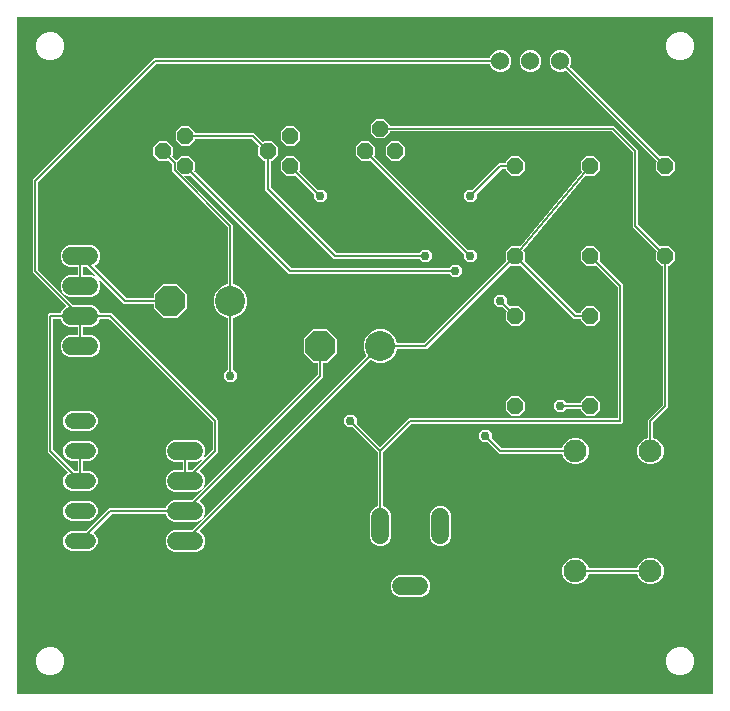
<source format=gbr>
G04 EAGLE Gerber RS-274X export*
G75*
%MOMM*%
%FSLAX34Y34*%
%LPD*%
%INTop Copper*%
%IPPOS*%
%AMOC8*
5,1,8,0,0,1.08239X$1,22.5*%
G01*
%ADD10C,1.320800*%
%ADD11C,2.540000*%
%ADD12P,2.749271X8X202.500000*%
%ADD13C,1.930400*%
%ADD14C,1.524000*%
%ADD15P,1.429621X8X112.500000*%
%ADD16P,1.429621X8X22.500000*%
%ADD17P,1.429621X8X292.500000*%
%ADD18C,1.524000*%
%ADD19C,0.756400*%
%ADD20C,0.152400*%

G36*
X599245Y10160D02*
X599245Y10160D01*
X599244Y10160D01*
X599245Y10160D01*
X599245Y583440D01*
X599240Y583445D01*
X599240Y583444D01*
X599240Y583445D01*
X10160Y583445D01*
X10155Y583440D01*
X10155Y10160D01*
X10160Y10155D01*
X10160Y10156D01*
X10160Y10155D01*
X599240Y10155D01*
X599245Y10160D01*
G37*
%LPC*%
G36*
X142962Y181361D02*
X142962Y181361D01*
X139603Y182752D01*
X137032Y185323D01*
X135641Y188682D01*
X135641Y192318D01*
X137032Y195677D01*
X139603Y198248D01*
X142962Y199639D01*
X150114Y199639D01*
X150119Y199644D01*
X150118Y199644D01*
X150119Y199644D01*
X150119Y206756D01*
X150114Y206761D01*
X150114Y206760D01*
X150114Y206761D01*
X142962Y206761D01*
X139603Y208152D01*
X137032Y210723D01*
X135641Y214082D01*
X135641Y217718D01*
X137032Y221077D01*
X139603Y223648D01*
X142962Y225039D01*
X161838Y225039D01*
X165197Y223648D01*
X167768Y221077D01*
X169159Y217718D01*
X169159Y214082D01*
X167768Y210723D01*
X165197Y208152D01*
X161838Y206761D01*
X154686Y206761D01*
X154681Y206756D01*
X154682Y206756D01*
X154681Y206756D01*
X154681Y199644D01*
X154686Y199639D01*
X154686Y199640D01*
X154686Y199639D01*
X158311Y199639D01*
X158313Y199641D01*
X158315Y199641D01*
X175517Y216843D01*
X175518Y216846D01*
X175519Y216847D01*
X175519Y240353D01*
X175517Y240355D01*
X175517Y240357D01*
X87957Y327917D01*
X87954Y327918D01*
X87953Y327919D01*
X80071Y327919D01*
X80068Y327916D01*
X80066Y327916D01*
X78868Y325023D01*
X76297Y322452D01*
X72938Y321061D01*
X65786Y321061D01*
X65781Y321056D01*
X65782Y321056D01*
X65781Y321056D01*
X65781Y313944D01*
X65786Y313939D01*
X65786Y313940D01*
X65786Y313939D01*
X72938Y313939D01*
X76297Y312548D01*
X78868Y309977D01*
X80259Y306618D01*
X80259Y302982D01*
X78868Y299623D01*
X76297Y297052D01*
X72938Y295661D01*
X54062Y295661D01*
X50703Y297052D01*
X48132Y299623D01*
X46741Y302982D01*
X46741Y306618D01*
X48132Y309977D01*
X50703Y312548D01*
X54062Y313939D01*
X61214Y313939D01*
X61219Y313944D01*
X61219Y321056D01*
X61214Y321061D01*
X61214Y321060D01*
X61214Y321061D01*
X54062Y321061D01*
X50703Y322452D01*
X48132Y325023D01*
X46934Y327916D01*
X46931Y327917D01*
X46929Y327919D01*
X40386Y327919D01*
X40381Y327914D01*
X40382Y327914D01*
X40381Y327914D01*
X40381Y216847D01*
X40383Y216845D01*
X40383Y216843D01*
X58601Y198625D01*
X58604Y198624D01*
X58605Y198623D01*
X61214Y198623D01*
X61219Y198628D01*
X61218Y198628D01*
X61219Y198628D01*
X61219Y207772D01*
X61214Y207777D01*
X61214Y207776D01*
X61214Y207777D01*
X55280Y207777D01*
X52295Y209013D01*
X50009Y211299D01*
X48773Y214284D01*
X48773Y217516D01*
X50009Y220501D01*
X52295Y222787D01*
X55280Y224023D01*
X71720Y224023D01*
X74705Y222787D01*
X76991Y220501D01*
X78227Y217516D01*
X78227Y214284D01*
X76991Y211299D01*
X74705Y209013D01*
X71720Y207777D01*
X65786Y207777D01*
X65781Y207772D01*
X65782Y207772D01*
X65781Y207772D01*
X65781Y198628D01*
X65786Y198623D01*
X65786Y198624D01*
X65786Y198623D01*
X71720Y198623D01*
X74705Y197387D01*
X76991Y195101D01*
X78227Y192116D01*
X78227Y188884D01*
X76991Y185899D01*
X74705Y183613D01*
X71720Y182377D01*
X55280Y182377D01*
X52295Y183613D01*
X50009Y185899D01*
X48773Y188884D01*
X48773Y192116D01*
X50009Y195101D01*
X52295Y197387D01*
X53060Y197704D01*
X53061Y197704D01*
X53062Y197704D01*
X53062Y197706D01*
X53063Y197710D01*
X53062Y197710D01*
X53062Y197712D01*
X35819Y214955D01*
X35819Y331145D01*
X37155Y332481D01*
X46929Y332481D01*
X46932Y332484D01*
X46934Y332484D01*
X48132Y335377D01*
X50703Y337948D01*
X51985Y338479D01*
X51986Y338480D01*
X51987Y338482D01*
X51988Y338485D01*
X51987Y338486D01*
X51987Y338487D01*
X23119Y367355D01*
X23119Y445445D01*
X126055Y548381D01*
X410149Y548381D01*
X410152Y548384D01*
X410154Y548384D01*
X411352Y551277D01*
X413923Y553848D01*
X417282Y555239D01*
X420918Y555239D01*
X424277Y553848D01*
X426848Y551277D01*
X428239Y547918D01*
X428239Y544282D01*
X426848Y540923D01*
X424277Y538352D01*
X420918Y536961D01*
X417282Y536961D01*
X413923Y538352D01*
X411352Y540923D01*
X410154Y543816D01*
X410151Y543817D01*
X410149Y543819D01*
X127947Y543819D01*
X127945Y543817D01*
X127943Y543817D01*
X27683Y443557D01*
X27682Y443554D01*
X27681Y443553D01*
X27681Y369247D01*
X27683Y369245D01*
X27683Y369243D01*
X57585Y339341D01*
X57588Y339340D01*
X57589Y339339D01*
X72938Y339339D01*
X76297Y337948D01*
X78868Y335377D01*
X80066Y332484D01*
X80069Y332483D01*
X80071Y332481D01*
X89845Y332481D01*
X180081Y242245D01*
X180081Y214955D01*
X178743Y213617D01*
X163913Y198787D01*
X163913Y198786D01*
X163912Y198786D01*
X163913Y198785D01*
X163912Y198784D01*
X163913Y198783D01*
X163913Y198780D01*
X163914Y198780D01*
X163915Y198779D01*
X165197Y198248D01*
X167768Y195677D01*
X169159Y192318D01*
X169159Y188682D01*
X167768Y185323D01*
X165197Y182752D01*
X161838Y181361D01*
X142962Y181361D01*
G37*
%LPD*%
%LPC*%
G36*
X142962Y130561D02*
X142962Y130561D01*
X139603Y131952D01*
X137032Y134523D01*
X135641Y137882D01*
X135641Y141518D01*
X137032Y144877D01*
X139603Y147448D01*
X142962Y148839D01*
X158311Y148839D01*
X158313Y148841D01*
X158315Y148841D01*
X305829Y296355D01*
X305829Y296362D01*
X305446Y296746D01*
X303281Y301972D01*
X303281Y307628D01*
X305446Y312854D01*
X309446Y316854D01*
X314672Y319019D01*
X320328Y319019D01*
X325554Y316854D01*
X329554Y312854D01*
X331719Y307628D01*
X331719Y307086D01*
X331724Y307081D01*
X331724Y307082D01*
X331724Y307081D01*
X354653Y307081D01*
X354655Y307083D01*
X354657Y307083D01*
X424439Y376866D01*
X424440Y376867D01*
X424441Y376868D01*
X424440Y376869D01*
X424440Y376872D01*
X424439Y376872D01*
X424439Y376873D01*
X423677Y377635D01*
X423677Y384365D01*
X428435Y389123D01*
X435165Y389123D01*
X435398Y388890D01*
X435405Y388889D01*
X435405Y388890D01*
X435406Y388890D01*
X488456Y452550D01*
X488456Y452551D01*
X488456Y452552D01*
X488456Y452553D01*
X488455Y452557D01*
X487177Y453835D01*
X487177Y460565D01*
X491935Y465323D01*
X498665Y465323D01*
X503423Y460565D01*
X503423Y453835D01*
X498665Y449077D01*
X491935Y449077D01*
X491702Y449310D01*
X491695Y449311D01*
X491695Y449310D01*
X491694Y449310D01*
X438644Y385650D01*
X438645Y385643D01*
X439923Y384365D01*
X439923Y377635D01*
X439161Y376873D01*
X439160Y376870D01*
X439159Y376869D01*
X439160Y376868D01*
X439160Y376866D01*
X439161Y376866D01*
X483543Y332483D01*
X483546Y332482D01*
X483547Y332481D01*
X487172Y332481D01*
X487177Y332486D01*
X487176Y332486D01*
X487177Y332486D01*
X487177Y333565D01*
X491935Y338323D01*
X498665Y338323D01*
X503423Y333565D01*
X503423Y326835D01*
X498665Y322077D01*
X491935Y322077D01*
X487177Y326835D01*
X487177Y327914D01*
X487172Y327919D01*
X487172Y327918D01*
X487172Y327919D01*
X481655Y327919D01*
X435934Y373639D01*
X435928Y373640D01*
X435928Y373639D01*
X435927Y373639D01*
X435165Y372877D01*
X428435Y372877D01*
X427673Y373639D01*
X427666Y373640D01*
X427666Y373639D01*
X356545Y302519D01*
X331724Y302519D01*
X331719Y302514D01*
X331720Y302514D01*
X331719Y302514D01*
X331719Y301972D01*
X329554Y296746D01*
X325554Y292746D01*
X320328Y290581D01*
X314672Y290581D01*
X309446Y292746D01*
X309062Y293129D01*
X309055Y293129D01*
X163913Y147987D01*
X163913Y147986D01*
X163912Y147986D01*
X163913Y147985D01*
X163912Y147984D01*
X163913Y147983D01*
X163913Y147980D01*
X163914Y147980D01*
X163915Y147979D01*
X165197Y147448D01*
X167768Y144877D01*
X169159Y141518D01*
X169159Y137882D01*
X167768Y134523D01*
X165197Y131952D01*
X161838Y130561D01*
X142962Y130561D01*
G37*
%LPD*%
%LPC*%
G36*
X188304Y274099D02*
X188304Y274099D01*
X185199Y277204D01*
X185199Y281596D01*
X188217Y284614D01*
X188218Y284617D01*
X188219Y284618D01*
X188219Y328676D01*
X188214Y328681D01*
X188214Y328680D01*
X188214Y328681D01*
X187672Y328681D01*
X182446Y330846D01*
X178446Y334846D01*
X176281Y340072D01*
X176281Y345728D01*
X178446Y350954D01*
X182446Y354954D01*
X187672Y357119D01*
X188214Y357119D01*
X188219Y357124D01*
X188218Y357124D01*
X188219Y357124D01*
X188219Y405581D01*
X188217Y405582D01*
X188217Y405584D01*
X141229Y452573D01*
X141229Y458793D01*
X141227Y458795D01*
X141227Y458797D01*
X137484Y462539D01*
X137482Y462540D01*
X137480Y462540D01*
X137478Y462540D01*
X137478Y462539D01*
X137477Y462539D01*
X136715Y461777D01*
X129985Y461777D01*
X125227Y466535D01*
X125227Y473265D01*
X129985Y478023D01*
X136715Y478023D01*
X141473Y473265D01*
X141473Y466535D01*
X140711Y465773D01*
X140710Y465771D01*
X140710Y465770D01*
X140710Y465766D01*
X140711Y465766D01*
X144453Y462023D01*
X145091Y461386D01*
X145097Y461385D01*
X145097Y461386D01*
X145098Y461386D01*
X149035Y465323D01*
X155765Y465323D01*
X160523Y460565D01*
X160523Y453835D01*
X159761Y453073D01*
X159760Y453071D01*
X159760Y453070D01*
X159760Y453069D01*
X159760Y453066D01*
X159761Y453066D01*
X242243Y370583D01*
X242246Y370582D01*
X242247Y370581D01*
X375782Y370581D01*
X375784Y370583D01*
X375786Y370583D01*
X378804Y373601D01*
X383196Y373601D01*
X386301Y370496D01*
X386301Y366104D01*
X383196Y362999D01*
X378804Y362999D01*
X375786Y366017D01*
X375783Y366018D01*
X375782Y366019D01*
X240355Y366019D01*
X156534Y449839D01*
X156532Y449840D01*
X156530Y449840D01*
X156528Y449840D01*
X156528Y449839D01*
X156527Y449839D01*
X155765Y449077D01*
X151189Y449077D01*
X151188Y449076D01*
X151186Y449076D01*
X151186Y449074D01*
X151184Y449072D01*
X151186Y449071D01*
X151185Y449068D01*
X192781Y407473D01*
X192781Y357124D01*
X192786Y357119D01*
X192786Y357120D01*
X192786Y357119D01*
X193328Y357119D01*
X198554Y354954D01*
X202554Y350954D01*
X204719Y345728D01*
X204719Y340072D01*
X202554Y334846D01*
X198554Y330846D01*
X193328Y328681D01*
X192786Y328681D01*
X192781Y328676D01*
X192782Y328676D01*
X192781Y328676D01*
X192781Y284618D01*
X192783Y284616D01*
X192783Y284614D01*
X195801Y281596D01*
X195801Y277204D01*
X192696Y274099D01*
X188304Y274099D01*
G37*
%LPD*%
%LPC*%
G36*
X543878Y204729D02*
X543878Y204729D01*
X539772Y206429D01*
X536629Y209572D01*
X534929Y213678D01*
X534929Y218122D01*
X536629Y222228D01*
X539772Y225371D01*
X543816Y227045D01*
X543817Y227049D01*
X543819Y227050D01*
X543819Y242245D01*
X556517Y254943D01*
X556518Y254946D01*
X556519Y254947D01*
X556519Y372872D01*
X556514Y372877D01*
X556514Y372876D01*
X556514Y372877D01*
X555435Y372877D01*
X550677Y377635D01*
X550677Y384365D01*
X551439Y385127D01*
X551440Y385131D01*
X551440Y385134D01*
X551439Y385134D01*
X531119Y405455D01*
X531119Y468953D01*
X531117Y468955D01*
X531117Y468957D01*
X513407Y486667D01*
X513404Y486668D01*
X513403Y486669D01*
X325628Y486669D01*
X325623Y486664D01*
X325624Y486664D01*
X325623Y486664D01*
X325623Y485585D01*
X320865Y480827D01*
X314135Y480827D01*
X309377Y485585D01*
X309377Y492315D01*
X314135Y497073D01*
X320865Y497073D01*
X325623Y492315D01*
X325623Y491236D01*
X325628Y491231D01*
X325628Y491232D01*
X325628Y491231D01*
X515295Y491231D01*
X535681Y470845D01*
X535681Y407347D01*
X535683Y407345D01*
X535683Y407343D01*
X554666Y388361D01*
X554672Y388360D01*
X554672Y388361D01*
X554673Y388361D01*
X555435Y389123D01*
X562165Y389123D01*
X566923Y384365D01*
X566923Y377635D01*
X562165Y372877D01*
X561086Y372877D01*
X561081Y372872D01*
X561082Y372872D01*
X561081Y372872D01*
X561081Y253055D01*
X559743Y251717D01*
X548383Y240357D01*
X548382Y240354D01*
X548381Y240353D01*
X548381Y227050D01*
X548384Y227047D01*
X548384Y227045D01*
X552428Y225371D01*
X555571Y222228D01*
X557271Y218122D01*
X557271Y213678D01*
X555571Y209572D01*
X552428Y206429D01*
X548322Y204729D01*
X543878Y204729D01*
G37*
%LPD*%
%LPC*%
G36*
X315682Y135641D02*
X315682Y135641D01*
X312323Y137032D01*
X309752Y139603D01*
X308361Y142962D01*
X308361Y161838D01*
X309752Y165197D01*
X312323Y167768D01*
X315216Y168966D01*
X315217Y168969D01*
X315219Y168971D01*
X315219Y214953D01*
X315217Y214955D01*
X315217Y214957D01*
X294177Y235997D01*
X294174Y235998D01*
X294173Y235999D01*
X289904Y235999D01*
X286799Y239104D01*
X286799Y243496D01*
X289904Y246601D01*
X294296Y246601D01*
X297401Y243496D01*
X297401Y239227D01*
X297403Y239225D01*
X297403Y239223D01*
X317496Y219130D01*
X317503Y219129D01*
X317503Y219130D01*
X317504Y219130D01*
X341955Y243581D01*
X518414Y243581D01*
X518419Y243586D01*
X518418Y243586D01*
X518419Y243586D01*
X518419Y354653D01*
X518417Y354655D01*
X518417Y354657D01*
X499434Y373639D01*
X499428Y373640D01*
X499428Y373639D01*
X499427Y373639D01*
X498665Y372877D01*
X491935Y372877D01*
X487177Y377635D01*
X487177Y384365D01*
X491935Y389123D01*
X498665Y389123D01*
X503423Y384365D01*
X503423Y377635D01*
X502661Y376873D01*
X502660Y376870D01*
X502659Y376869D01*
X502660Y376868D01*
X502660Y376866D01*
X502661Y376866D01*
X521643Y357883D01*
X522981Y356545D01*
X522981Y240355D01*
X521645Y239019D01*
X343847Y239019D01*
X343845Y239017D01*
X343843Y239017D01*
X319783Y214957D01*
X319782Y214954D01*
X319781Y214953D01*
X319781Y168971D01*
X319784Y168968D01*
X319784Y168966D01*
X322677Y167768D01*
X325248Y165197D01*
X326639Y161838D01*
X326639Y142962D01*
X325248Y139603D01*
X322677Y137032D01*
X319318Y135641D01*
X315682Y135641D01*
G37*
%LPD*%
%LPC*%
G36*
X55280Y131577D02*
X55280Y131577D01*
X52295Y132813D01*
X50009Y135099D01*
X48773Y138084D01*
X48773Y141316D01*
X50009Y144301D01*
X52295Y146587D01*
X55280Y147823D01*
X68395Y147823D01*
X68397Y147825D01*
X68399Y147825D01*
X87955Y167381D01*
X135829Y167381D01*
X135832Y167384D01*
X135834Y167384D01*
X137032Y170277D01*
X139603Y172848D01*
X142962Y174239D01*
X158311Y174239D01*
X158313Y174241D01*
X158315Y174241D01*
X264417Y280343D01*
X264417Y280345D01*
X264418Y280345D01*
X264417Y280345D01*
X264418Y280346D01*
X264419Y280347D01*
X264419Y290576D01*
X264414Y290581D01*
X264414Y290580D01*
X264414Y290581D01*
X260810Y290581D01*
X252481Y298910D01*
X252481Y310690D01*
X260810Y319019D01*
X272590Y319019D01*
X280919Y310690D01*
X280919Y298910D01*
X272590Y290581D01*
X268986Y290581D01*
X268981Y290576D01*
X268982Y290576D01*
X268981Y290576D01*
X268981Y278455D01*
X267643Y277117D01*
X163913Y173387D01*
X163913Y173386D01*
X163912Y173386D01*
X163913Y173385D01*
X163912Y173384D01*
X163913Y173383D01*
X163913Y173380D01*
X163914Y173380D01*
X163915Y173379D01*
X165197Y172848D01*
X167768Y170277D01*
X169159Y166918D01*
X169159Y163282D01*
X167768Y159923D01*
X165197Y157352D01*
X161838Y155961D01*
X142962Y155961D01*
X139603Y157352D01*
X137032Y159923D01*
X135834Y162816D01*
X135831Y162817D01*
X135829Y162819D01*
X89847Y162819D01*
X89845Y162817D01*
X89843Y162817D01*
X73938Y146912D01*
X73938Y146911D01*
X73937Y146911D01*
X73938Y146909D01*
X73938Y146905D01*
X73939Y146905D01*
X73940Y146904D01*
X74705Y146587D01*
X76991Y144301D01*
X78227Y141316D01*
X78227Y138084D01*
X76991Y135099D01*
X74705Y132813D01*
X71720Y131577D01*
X55280Y131577D01*
G37*
%LPD*%
%LPC*%
G36*
X133810Y328681D02*
X133810Y328681D01*
X125481Y337010D01*
X125481Y340614D01*
X125476Y340619D01*
X125476Y340618D01*
X125476Y340619D01*
X100655Y340619D01*
X69415Y371859D01*
X69412Y371860D01*
X69411Y371860D01*
X69411Y371861D01*
X65786Y371861D01*
X65781Y371856D01*
X65781Y364744D01*
X65786Y364739D01*
X65786Y364740D01*
X65786Y364739D01*
X72938Y364739D01*
X76297Y363348D01*
X78868Y360777D01*
X80259Y357418D01*
X80259Y353782D01*
X78868Y350423D01*
X76297Y347852D01*
X72938Y346461D01*
X54062Y346461D01*
X50703Y347852D01*
X48132Y350423D01*
X46741Y353782D01*
X46741Y357418D01*
X48132Y360777D01*
X50703Y363348D01*
X54062Y364739D01*
X61214Y364739D01*
X61219Y364744D01*
X61218Y364744D01*
X61219Y364744D01*
X61219Y371856D01*
X61214Y371861D01*
X61214Y371860D01*
X61214Y371861D01*
X54062Y371861D01*
X50703Y373252D01*
X48132Y375823D01*
X46741Y379182D01*
X46741Y382818D01*
X48132Y386177D01*
X50703Y388748D01*
X54062Y390139D01*
X72938Y390139D01*
X76297Y388748D01*
X78868Y386177D01*
X80259Y382818D01*
X80259Y379182D01*
X78868Y375823D01*
X76297Y373252D01*
X75015Y372721D01*
X75014Y372720D01*
X75013Y372718D01*
X75012Y372715D01*
X75013Y372714D01*
X75013Y372713D01*
X102543Y345183D01*
X102546Y345182D01*
X102547Y345181D01*
X125476Y345181D01*
X125481Y345186D01*
X125480Y345186D01*
X125481Y345186D01*
X125481Y348790D01*
X133810Y357119D01*
X145590Y357119D01*
X153919Y348790D01*
X153919Y337010D01*
X145590Y328681D01*
X133810Y328681D01*
G37*
%LPD*%
%LPC*%
G36*
X353404Y375699D02*
X353404Y375699D01*
X350386Y378717D01*
X350383Y378718D01*
X350382Y378719D01*
X278455Y378719D01*
X219969Y437205D01*
X219969Y461772D01*
X219964Y461777D01*
X219964Y461776D01*
X219964Y461777D01*
X218885Y461777D01*
X214127Y466535D01*
X214127Y473265D01*
X214889Y474027D01*
X214890Y474034D01*
X214889Y474034D01*
X208607Y480317D01*
X208604Y480318D01*
X208603Y480319D01*
X160528Y480319D01*
X160523Y480314D01*
X160524Y480314D01*
X160523Y480314D01*
X160523Y479235D01*
X155765Y474477D01*
X149035Y474477D01*
X144277Y479235D01*
X144277Y485965D01*
X149035Y490723D01*
X155765Y490723D01*
X160523Y485965D01*
X160523Y484886D01*
X160528Y484881D01*
X160528Y484882D01*
X160528Y484881D01*
X210495Y484881D01*
X218116Y477261D01*
X218122Y477260D01*
X218122Y477261D01*
X218123Y477261D01*
X218885Y478023D01*
X225615Y478023D01*
X230373Y473265D01*
X230373Y466535D01*
X225615Y461777D01*
X224536Y461777D01*
X224531Y461772D01*
X224532Y461772D01*
X224531Y461772D01*
X224531Y439097D01*
X224533Y439095D01*
X224533Y439093D01*
X280343Y383283D01*
X280346Y383282D01*
X280347Y383281D01*
X350382Y383281D01*
X350384Y383283D01*
X350386Y383283D01*
X353404Y386301D01*
X357796Y386301D01*
X360901Y383196D01*
X360901Y378804D01*
X357796Y375699D01*
X353404Y375699D01*
G37*
%LPD*%
%LPC*%
G36*
X480378Y103129D02*
X480378Y103129D01*
X476272Y104829D01*
X473129Y107972D01*
X471429Y112078D01*
X471429Y116522D01*
X473129Y120628D01*
X476272Y123771D01*
X480378Y125471D01*
X484822Y125471D01*
X488928Y123771D01*
X492071Y120628D01*
X493745Y116584D01*
X493749Y116583D01*
X493750Y116581D01*
X534950Y116581D01*
X534953Y116584D01*
X534955Y116584D01*
X536629Y120628D01*
X539772Y123771D01*
X543878Y125471D01*
X548322Y125471D01*
X552428Y123771D01*
X555571Y120628D01*
X557271Y116522D01*
X557271Y112078D01*
X555571Y107972D01*
X552428Y104829D01*
X548322Y103129D01*
X543878Y103129D01*
X539772Y104829D01*
X536629Y107972D01*
X534955Y112016D01*
X534951Y112017D01*
X534950Y112019D01*
X493750Y112019D01*
X493747Y112016D01*
X493745Y112016D01*
X492071Y107972D01*
X488928Y104829D01*
X484822Y103129D01*
X480378Y103129D01*
G37*
%LPD*%
%LPC*%
G36*
X555435Y449077D02*
X555435Y449077D01*
X550677Y453835D01*
X550677Y460565D01*
X551439Y461327D01*
X551440Y461334D01*
X551439Y461334D01*
X474616Y538158D01*
X474612Y538158D01*
X474611Y538159D01*
X471718Y536961D01*
X468082Y536961D01*
X464723Y538352D01*
X462152Y540923D01*
X460761Y544282D01*
X460761Y547918D01*
X462152Y551277D01*
X464723Y553848D01*
X468082Y555239D01*
X471718Y555239D01*
X475077Y553848D01*
X477648Y551277D01*
X479039Y547918D01*
X479039Y544282D01*
X477841Y541389D01*
X477842Y541386D01*
X477842Y541384D01*
X554666Y464561D01*
X554672Y464560D01*
X554672Y464561D01*
X554673Y464561D01*
X555435Y465323D01*
X562165Y465323D01*
X566923Y460565D01*
X566923Y453835D01*
X562165Y449077D01*
X555435Y449077D01*
G37*
%LPD*%
%LPC*%
G36*
X391504Y375699D02*
X391504Y375699D01*
X388399Y378804D01*
X388399Y383073D01*
X388397Y383075D01*
X388397Y383077D01*
X308934Y462539D01*
X308932Y462540D01*
X308930Y462540D01*
X308928Y462540D01*
X308928Y462539D01*
X308927Y462539D01*
X308165Y461777D01*
X301435Y461777D01*
X296677Y466535D01*
X296677Y473265D01*
X301435Y478023D01*
X308165Y478023D01*
X312923Y473265D01*
X312923Y466535D01*
X312161Y465773D01*
X312160Y465771D01*
X312160Y465770D01*
X312160Y465766D01*
X312161Y465766D01*
X391623Y386303D01*
X391626Y386302D01*
X391627Y386301D01*
X395896Y386301D01*
X399001Y383196D01*
X399001Y378804D01*
X395896Y375699D01*
X391504Y375699D01*
G37*
%LPD*%
%LPC*%
G36*
X480378Y204729D02*
X480378Y204729D01*
X476272Y206429D01*
X473129Y209572D01*
X471455Y213616D01*
X471451Y213617D01*
X471450Y213619D01*
X418155Y213619D01*
X408477Y223297D01*
X408474Y223298D01*
X408473Y223299D01*
X404204Y223299D01*
X401099Y226404D01*
X401099Y230796D01*
X404204Y233901D01*
X408596Y233901D01*
X411701Y230796D01*
X411701Y226527D01*
X411703Y226525D01*
X411703Y226523D01*
X420043Y218183D01*
X420046Y218182D01*
X420047Y218181D01*
X471450Y218181D01*
X471453Y218184D01*
X471455Y218184D01*
X473129Y222228D01*
X476272Y225371D01*
X480378Y227071D01*
X484822Y227071D01*
X488928Y225371D01*
X492071Y222228D01*
X493771Y218122D01*
X493771Y213678D01*
X492071Y209572D01*
X488928Y206429D01*
X484822Y204729D01*
X480378Y204729D01*
G37*
%LPD*%
%LPC*%
G36*
X333462Y92461D02*
X333462Y92461D01*
X330103Y93852D01*
X327532Y96423D01*
X326141Y99782D01*
X326141Y103418D01*
X327532Y106777D01*
X330103Y109348D01*
X333462Y110739D01*
X352338Y110739D01*
X355697Y109348D01*
X358268Y106777D01*
X359659Y103418D01*
X359659Y99782D01*
X358268Y96423D01*
X355697Y93852D01*
X352338Y92461D01*
X333462Y92461D01*
G37*
%LPD*%
%LPC*%
G36*
X366482Y135641D02*
X366482Y135641D01*
X363123Y137032D01*
X360552Y139603D01*
X359161Y142962D01*
X359161Y161838D01*
X360552Y165197D01*
X363123Y167768D01*
X366482Y169159D01*
X370118Y169159D01*
X373477Y167768D01*
X376048Y165197D01*
X377439Y161838D01*
X377439Y142962D01*
X376048Y139603D01*
X373477Y137032D01*
X370118Y135641D01*
X366482Y135641D01*
G37*
%LPD*%
%LPC*%
G36*
X391504Y426499D02*
X391504Y426499D01*
X388399Y429604D01*
X388399Y433996D01*
X391504Y437101D01*
X395773Y437101D01*
X395775Y437103D01*
X395777Y437103D01*
X418155Y459481D01*
X423672Y459481D01*
X423677Y459486D01*
X423676Y459486D01*
X423677Y459486D01*
X423677Y460565D01*
X428435Y465323D01*
X435165Y465323D01*
X439923Y460565D01*
X439923Y453835D01*
X435165Y449077D01*
X428435Y449077D01*
X423677Y453835D01*
X423677Y454914D01*
X423672Y454919D01*
X423672Y454918D01*
X423672Y454919D01*
X420047Y454919D01*
X420045Y454917D01*
X420043Y454917D01*
X399003Y433877D01*
X399002Y433874D01*
X399001Y433873D01*
X399001Y429604D01*
X395896Y426499D01*
X391504Y426499D01*
G37*
%LPD*%
%LPC*%
G36*
X569132Y26195D02*
X569132Y26195D01*
X564756Y28007D01*
X561407Y31356D01*
X559595Y35732D01*
X559595Y40468D01*
X561407Y44844D01*
X564756Y48193D01*
X569132Y50005D01*
X573868Y50005D01*
X578244Y48193D01*
X581593Y44844D01*
X583405Y40468D01*
X583405Y35732D01*
X581593Y31356D01*
X578244Y28007D01*
X573868Y26195D01*
X569132Y26195D01*
G37*
%LPD*%
%LPC*%
G36*
X569132Y546895D02*
X569132Y546895D01*
X564756Y548707D01*
X561407Y552056D01*
X559595Y556432D01*
X559595Y561168D01*
X561407Y565544D01*
X564756Y568893D01*
X569132Y570705D01*
X573868Y570705D01*
X578244Y568893D01*
X581593Y565544D01*
X583405Y561168D01*
X583405Y556432D01*
X581593Y552056D01*
X578244Y548707D01*
X573868Y546895D01*
X569132Y546895D01*
G37*
%LPD*%
%LPC*%
G36*
X35732Y546895D02*
X35732Y546895D01*
X31356Y548707D01*
X28007Y552056D01*
X26195Y556432D01*
X26195Y561168D01*
X28007Y565544D01*
X31356Y568893D01*
X35732Y570705D01*
X40468Y570705D01*
X44844Y568893D01*
X48193Y565544D01*
X50005Y561168D01*
X50005Y556432D01*
X48193Y552056D01*
X44844Y548707D01*
X40468Y546895D01*
X35732Y546895D01*
G37*
%LPD*%
%LPC*%
G36*
X35732Y26195D02*
X35732Y26195D01*
X31356Y28007D01*
X28007Y31356D01*
X26195Y35732D01*
X26195Y40468D01*
X28007Y44844D01*
X31356Y48193D01*
X35732Y50005D01*
X40468Y50005D01*
X44844Y48193D01*
X48193Y44844D01*
X50005Y40468D01*
X50005Y35732D01*
X48193Y31356D01*
X44844Y28007D01*
X40468Y26195D01*
X35732Y26195D01*
G37*
%LPD*%
%LPC*%
G36*
X55280Y156977D02*
X55280Y156977D01*
X52295Y158213D01*
X50009Y160499D01*
X48773Y163484D01*
X48773Y166716D01*
X50009Y169701D01*
X52295Y171987D01*
X55280Y173223D01*
X71720Y173223D01*
X74705Y171987D01*
X76991Y169701D01*
X78227Y166716D01*
X78227Y163484D01*
X76991Y160499D01*
X74705Y158213D01*
X71720Y156977D01*
X55280Y156977D01*
G37*
%LPD*%
%LPC*%
G36*
X55280Y233177D02*
X55280Y233177D01*
X52295Y234413D01*
X50009Y236699D01*
X48773Y239684D01*
X48773Y242916D01*
X50009Y245901D01*
X52295Y248187D01*
X55280Y249423D01*
X71720Y249423D01*
X74705Y248187D01*
X76991Y245901D01*
X78227Y242916D01*
X78227Y239684D01*
X76991Y236699D01*
X74705Y234413D01*
X71720Y233177D01*
X55280Y233177D01*
G37*
%LPD*%
%LPC*%
G36*
X264504Y426499D02*
X264504Y426499D01*
X261399Y429604D01*
X261399Y433873D01*
X261397Y433875D01*
X261397Y433877D01*
X245434Y449839D01*
X245432Y449840D01*
X245430Y449840D01*
X245428Y449840D01*
X245428Y449839D01*
X245427Y449839D01*
X244665Y449077D01*
X237935Y449077D01*
X233177Y453835D01*
X233177Y460565D01*
X237935Y465323D01*
X244665Y465323D01*
X249423Y460565D01*
X249423Y453835D01*
X248661Y453073D01*
X248660Y453071D01*
X248660Y453070D01*
X248660Y453069D01*
X248660Y453066D01*
X248661Y453066D01*
X264623Y437103D01*
X264626Y437102D01*
X264627Y437101D01*
X268896Y437101D01*
X272001Y433996D01*
X272001Y429604D01*
X268896Y426499D01*
X264504Y426499D01*
G37*
%LPD*%
%LPC*%
G36*
X491935Y245877D02*
X491935Y245877D01*
X487177Y250635D01*
X487177Y251714D01*
X487172Y251719D01*
X487172Y251718D01*
X487172Y251719D01*
X475118Y251719D01*
X475116Y251717D01*
X475114Y251717D01*
X472096Y248699D01*
X467704Y248699D01*
X464599Y251804D01*
X464599Y256196D01*
X467704Y259301D01*
X472096Y259301D01*
X475114Y256283D01*
X475117Y256283D01*
X475117Y256282D01*
X475118Y256281D01*
X487172Y256281D01*
X487177Y256286D01*
X487176Y256286D01*
X487177Y256286D01*
X487177Y257365D01*
X491935Y262123D01*
X498665Y262123D01*
X503423Y257365D01*
X503423Y250635D01*
X498665Y245877D01*
X491935Y245877D01*
G37*
%LPD*%
%LPC*%
G36*
X428435Y322077D02*
X428435Y322077D01*
X423677Y326835D01*
X423677Y333565D01*
X424439Y334327D01*
X424440Y334330D01*
X424440Y334331D01*
X424440Y334332D01*
X424440Y334334D01*
X424439Y334334D01*
X421177Y337597D01*
X421174Y337598D01*
X421173Y337599D01*
X416904Y337599D01*
X413799Y340704D01*
X413799Y345096D01*
X416904Y348201D01*
X421296Y348201D01*
X424401Y345096D01*
X424401Y340827D01*
X424403Y340825D01*
X424403Y340823D01*
X427666Y337561D01*
X427672Y337560D01*
X427672Y337561D01*
X427673Y337561D01*
X428435Y338323D01*
X435165Y338323D01*
X439923Y333565D01*
X439923Y326835D01*
X435165Y322077D01*
X428435Y322077D01*
G37*
%LPD*%
%LPC*%
G36*
X442682Y536961D02*
X442682Y536961D01*
X439323Y538352D01*
X436752Y540923D01*
X435361Y544282D01*
X435361Y547918D01*
X436752Y551277D01*
X439323Y553848D01*
X442682Y555239D01*
X446318Y555239D01*
X449677Y553848D01*
X452248Y551277D01*
X453639Y547918D01*
X453639Y544282D01*
X452248Y540923D01*
X449677Y538352D01*
X446318Y536961D01*
X442682Y536961D01*
G37*
%LPD*%
%LPC*%
G36*
X428435Y245877D02*
X428435Y245877D01*
X423677Y250635D01*
X423677Y257365D01*
X428435Y262123D01*
X435165Y262123D01*
X439923Y257365D01*
X439923Y250635D01*
X435165Y245877D01*
X428435Y245877D01*
G37*
%LPD*%
%LPC*%
G36*
X237935Y474477D02*
X237935Y474477D01*
X233177Y479235D01*
X233177Y485965D01*
X237935Y490723D01*
X244665Y490723D01*
X249423Y485965D01*
X249423Y479235D01*
X244665Y474477D01*
X237935Y474477D01*
G37*
%LPD*%
%LPC*%
G36*
X326835Y461777D02*
X326835Y461777D01*
X322077Y466535D01*
X322077Y473265D01*
X326835Y478023D01*
X333565Y478023D01*
X338323Y473265D01*
X338323Y466535D01*
X333565Y461777D01*
X326835Y461777D01*
G37*
%LPD*%
D10*
X56896Y241300D02*
X70104Y241300D01*
X70104Y215900D02*
X56896Y215900D01*
X56896Y190500D02*
X70104Y190500D01*
X70104Y165100D02*
X56896Y165100D01*
X56896Y139700D02*
X70104Y139700D01*
D11*
X190500Y342900D03*
D12*
X139700Y342900D03*
D11*
X317500Y304800D03*
D12*
X266700Y304800D03*
D13*
X546100Y215900D03*
X546100Y114300D03*
X482600Y114300D03*
X482600Y215900D03*
D14*
X160020Y139700D02*
X144780Y139700D01*
X144780Y165100D02*
X160020Y165100D01*
X160020Y190500D02*
X144780Y190500D01*
X144780Y215900D02*
X160020Y215900D01*
D15*
X152400Y482600D03*
X133350Y469900D03*
X152400Y457200D03*
D16*
X330200Y469900D03*
X317500Y488950D03*
X304800Y469900D03*
D15*
X241300Y482600D03*
X222250Y469900D03*
X241300Y457200D03*
D17*
X495300Y457200D03*
X495300Y381000D03*
X558800Y457200D03*
X558800Y381000D03*
X431800Y330200D03*
X431800Y254000D03*
D15*
X495300Y254000D03*
X495300Y330200D03*
X431800Y381000D03*
X431800Y457200D03*
D14*
X71120Y304800D02*
X55880Y304800D01*
X55880Y330200D02*
X71120Y330200D01*
X71120Y355600D02*
X55880Y355600D01*
X55880Y381000D02*
X71120Y381000D01*
D18*
X469900Y546100D03*
X444500Y546100D03*
X419100Y546100D03*
D14*
X350520Y101600D02*
X335280Y101600D01*
X368300Y144780D02*
X368300Y160020D01*
X317500Y160020D02*
X317500Y144780D01*
D19*
X190500Y279400D03*
D20*
X190500Y342900D01*
X495300Y381000D02*
X520700Y355600D01*
X520700Y241300D01*
X342900Y241300D01*
X143510Y459740D02*
X133350Y469900D01*
X143510Y459740D02*
X143510Y453518D01*
X190500Y406528D02*
X190500Y342900D01*
X190500Y406528D02*
X143510Y453518D01*
X342900Y241300D02*
X317500Y215900D01*
X317500Y152400D01*
D19*
X190500Y279400D03*
X292100Y241300D03*
D20*
X317500Y215900D01*
X431800Y330200D02*
X419100Y342900D01*
D19*
X419100Y342900D03*
X381000Y368300D03*
D20*
X241300Y368300D01*
X152400Y457200D01*
X546100Y241300D02*
X546100Y215900D01*
X546100Y241300D02*
X558800Y254000D01*
X558800Y381000D01*
X533400Y406400D01*
X533400Y469900D01*
X514350Y488950D01*
X317500Y488950D01*
X469900Y546100D02*
X558800Y457200D01*
X482600Y215900D02*
X419100Y215900D01*
X406400Y228600D01*
D19*
X406400Y228600D03*
X355600Y381000D03*
D20*
X279400Y381000D01*
X222250Y438150D02*
X222250Y469900D01*
X222250Y438150D02*
X279400Y381000D01*
X209550Y482600D02*
X152400Y482600D01*
X209550Y482600D02*
X222250Y469900D01*
X482600Y114300D02*
X546100Y114300D01*
X393700Y381000D02*
X304800Y469900D01*
D19*
X393700Y381000D03*
X469900Y254000D03*
D20*
X495300Y254000D01*
X266700Y431800D02*
X241300Y457200D01*
D19*
X266700Y431800D03*
X393700Y431800D03*
D20*
X419100Y457200D01*
X431800Y457200D01*
X88900Y165100D02*
X63500Y139700D01*
X88900Y165100D02*
X152400Y165100D01*
X266700Y279400D01*
X266700Y304800D01*
X177800Y215900D02*
X152400Y190500D01*
X177800Y215900D02*
X177800Y241300D01*
X88900Y330200D01*
X63500Y330200D01*
X38100Y215900D02*
X63500Y190500D01*
X38100Y215900D02*
X38100Y330200D01*
X63500Y330200D01*
X152400Y215900D02*
X152400Y190500D01*
X63500Y190500D02*
X63500Y215900D01*
X63500Y304800D02*
X63500Y330200D01*
X127000Y546100D02*
X419100Y546100D01*
X127000Y546100D02*
X25400Y444500D01*
X25400Y368300D01*
X63500Y330200D01*
X101600Y342900D02*
X63500Y381000D01*
X101600Y342900D02*
X139700Y342900D01*
X63500Y355600D02*
X63500Y381000D01*
X431800Y381000D02*
X495300Y457200D01*
X317500Y304800D02*
X152400Y139700D01*
X431800Y381000D02*
X482600Y330200D01*
X495300Y330200D01*
X431800Y381000D02*
X355600Y304800D01*
X317500Y304800D01*
M02*

</source>
